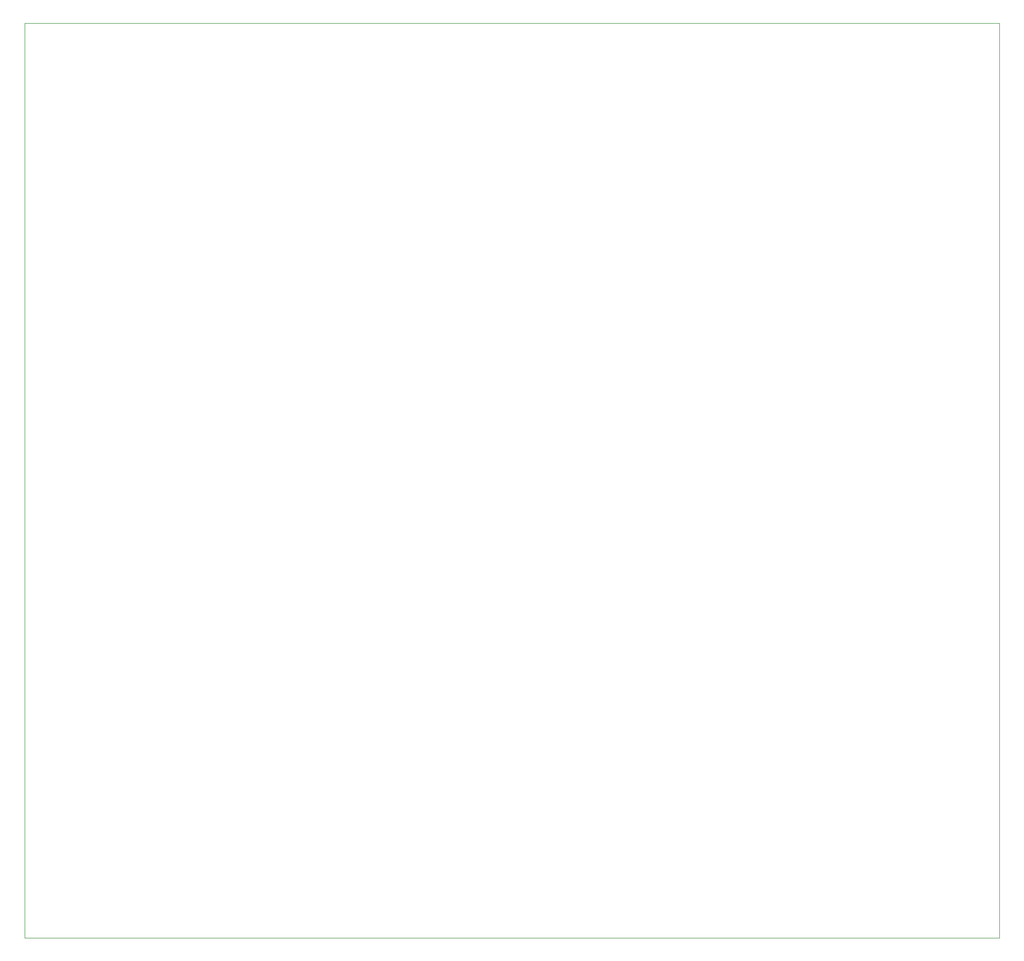
<source format=gbr>
%TF.GenerationSoftware,KiCad,Pcbnew,7.0.9*%
%TF.CreationDate,2024-01-01T16:10:15+05:30*%
%TF.ProjectId,Led_8x8Tower_Base,4c65645f-3878-4385-946f-7765725f4261,rev?*%
%TF.SameCoordinates,Original*%
%TF.FileFunction,Profile,NP*%
%FSLAX46Y46*%
G04 Gerber Fmt 4.6, Leading zero omitted, Abs format (unit mm)*
G04 Created by KiCad (PCBNEW 7.0.9) date 2024-01-01 16:10:15*
%MOMM*%
%LPD*%
G01*
G04 APERTURE LIST*
%TA.AperFunction,Profile*%
%ADD10C,0.100000*%
%TD*%
G04 APERTURE END LIST*
D10*
X46000000Y-15000000D02*
X46000000Y-169000000D01*
X46000000Y-169000000D02*
X210000000Y-169000000D01*
X210000000Y-169000000D02*
X210000000Y-15000000D01*
X210000000Y-15000000D02*
X46000000Y-15000000D01*
M02*

</source>
